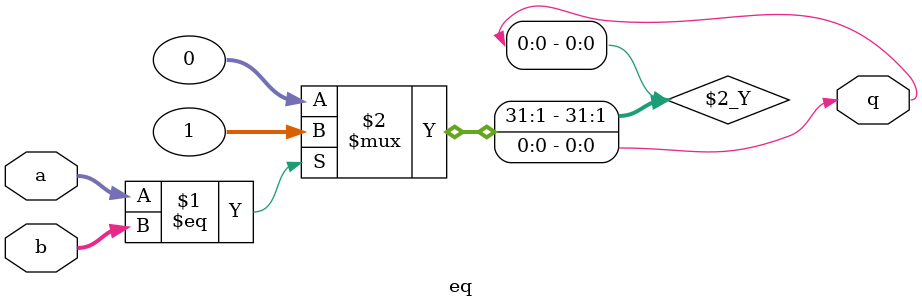
<source format=v>
`timescale 1ns / 1ps


module eq(
input [2:0]a,b,
output q
    );
assign q= a==b?1:0;
endmodule

</source>
